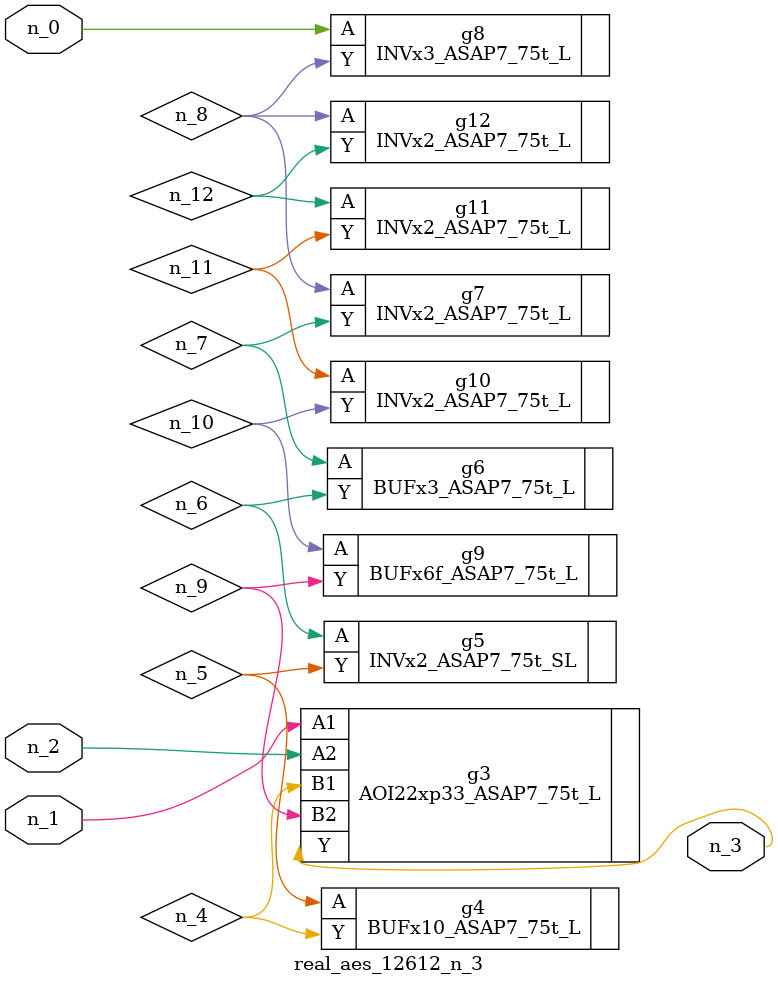
<source format=v>
module real_aes_12612_n_3 (n_0, n_2, n_1, n_3);
input n_0;
input n_2;
input n_1;
output n_3;
wire n_4;
wire n_5;
wire n_7;
wire n_9;
wire n_6;
wire n_8;
wire n_12;
wire n_10;
wire n_11;
INVx3_ASAP7_75t_L g8 ( .A(n_0), .Y(n_8) );
AOI22xp33_ASAP7_75t_L g3 ( .A1(n_1), .A2(n_2), .B1(n_4), .B2(n_9), .Y(n_3) );
BUFx10_ASAP7_75t_L g4 ( .A(n_5), .Y(n_4) );
INVx2_ASAP7_75t_SL g5 ( .A(n_6), .Y(n_5) );
BUFx3_ASAP7_75t_L g6 ( .A(n_7), .Y(n_6) );
INVx2_ASAP7_75t_L g7 ( .A(n_8), .Y(n_7) );
INVx2_ASAP7_75t_L g12 ( .A(n_8), .Y(n_12) );
BUFx6f_ASAP7_75t_L g9 ( .A(n_10), .Y(n_9) );
INVx2_ASAP7_75t_L g10 ( .A(n_11), .Y(n_10) );
INVx2_ASAP7_75t_L g11 ( .A(n_12), .Y(n_11) );
endmodule
</source>
